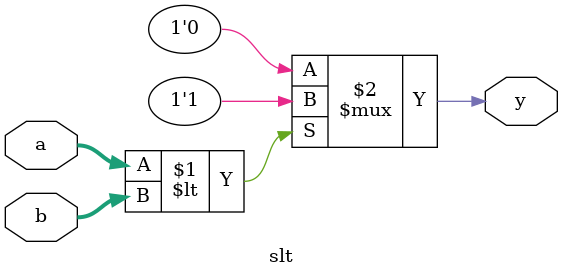
<source format=v>
module slt (
    input  signed [63:0] a,
    input  signed [63:0] b,
    output        [0:0] y
);
    assign y = (a < b) ? 1'b1 : 1'b0;
endmodule

</source>
